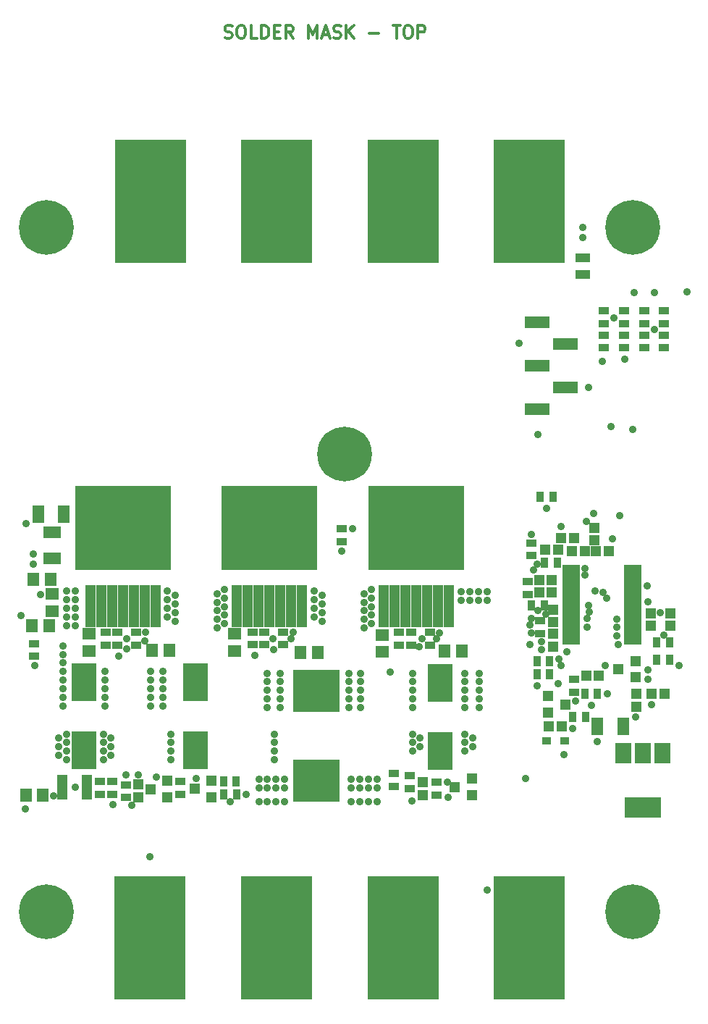
<source format=gbr>
G04 #@! TF.FileFunction,Soldermask,Top*
%FSLAX46Y46*%
G04 Gerber Fmt 4.6, Leading zero omitted, Abs format (unit mm)*
G04 Created by KiCad (PCBNEW 4.0.6) date 10/08/18 09:04:05*
%MOMM*%
%LPD*%
G01*
G04 APERTURE LIST*
%ADD10C,0.100000*%
%ADD11C,0.300000*%
%ADD12C,0.900000*%
%ADD13R,2.900000X4.400000*%
%ADD14R,1.400000X1.650000*%
%ADD15R,1.650000X1.400000*%
%ADD16R,2.000000X1.400000*%
%ADD17R,1.400000X2.000000*%
%ADD18R,1.200000X1.150000*%
%ADD19R,1.150000X1.200000*%
%ADD20R,1.300000X1.200000*%
%ADD21R,1.000000X0.850000*%
%ADD22R,2.150000X0.850000*%
%ADD23R,1.300000X0.900000*%
%ADD24R,0.900000X1.300000*%
%ADD25R,1.300000X2.900000*%
%ADD26R,1.700000X1.100000*%
%ADD27R,8.400000X14.400000*%
%ADD28C,6.400000*%
%ADD29R,1.200000X5.000000*%
%ADD30R,11.200000X9.800000*%
%ADD31R,5.400000X4.900000*%
%ADD32R,2.910000X1.400000*%
%ADD33R,4.200000X2.400000*%
%ADD34R,1.900000X2.400000*%
G04 APERTURE END LIST*
D10*
D11*
X136025714Y-33287143D02*
X136240000Y-33358571D01*
X136597143Y-33358571D01*
X136740000Y-33287143D01*
X136811429Y-33215714D01*
X136882857Y-33072857D01*
X136882857Y-32930000D01*
X136811429Y-32787143D01*
X136740000Y-32715714D01*
X136597143Y-32644286D01*
X136311429Y-32572857D01*
X136168571Y-32501429D01*
X136097143Y-32430000D01*
X136025714Y-32287143D01*
X136025714Y-32144286D01*
X136097143Y-32001429D01*
X136168571Y-31930000D01*
X136311429Y-31858571D01*
X136668571Y-31858571D01*
X136882857Y-31930000D01*
X137811428Y-31858571D02*
X138097142Y-31858571D01*
X138240000Y-31930000D01*
X138382857Y-32072857D01*
X138454285Y-32358571D01*
X138454285Y-32858571D01*
X138382857Y-33144286D01*
X138240000Y-33287143D01*
X138097142Y-33358571D01*
X137811428Y-33358571D01*
X137668571Y-33287143D01*
X137525714Y-33144286D01*
X137454285Y-32858571D01*
X137454285Y-32358571D01*
X137525714Y-32072857D01*
X137668571Y-31930000D01*
X137811428Y-31858571D01*
X139811429Y-33358571D02*
X139097143Y-33358571D01*
X139097143Y-31858571D01*
X140311429Y-33358571D02*
X140311429Y-31858571D01*
X140668572Y-31858571D01*
X140882857Y-31930000D01*
X141025715Y-32072857D01*
X141097143Y-32215714D01*
X141168572Y-32501429D01*
X141168572Y-32715714D01*
X141097143Y-33001429D01*
X141025715Y-33144286D01*
X140882857Y-33287143D01*
X140668572Y-33358571D01*
X140311429Y-33358571D01*
X141811429Y-32572857D02*
X142311429Y-32572857D01*
X142525715Y-33358571D02*
X141811429Y-33358571D01*
X141811429Y-31858571D01*
X142525715Y-31858571D01*
X144025715Y-33358571D02*
X143525715Y-32644286D01*
X143168572Y-33358571D02*
X143168572Y-31858571D01*
X143740000Y-31858571D01*
X143882858Y-31930000D01*
X143954286Y-32001429D01*
X144025715Y-32144286D01*
X144025715Y-32358571D01*
X143954286Y-32501429D01*
X143882858Y-32572857D01*
X143740000Y-32644286D01*
X143168572Y-32644286D01*
X145811429Y-33358571D02*
X145811429Y-31858571D01*
X146311429Y-32930000D01*
X146811429Y-31858571D01*
X146811429Y-33358571D01*
X147454286Y-32930000D02*
X148168572Y-32930000D01*
X147311429Y-33358571D02*
X147811429Y-31858571D01*
X148311429Y-33358571D01*
X148740000Y-33287143D02*
X148954286Y-33358571D01*
X149311429Y-33358571D01*
X149454286Y-33287143D01*
X149525715Y-33215714D01*
X149597143Y-33072857D01*
X149597143Y-32930000D01*
X149525715Y-32787143D01*
X149454286Y-32715714D01*
X149311429Y-32644286D01*
X149025715Y-32572857D01*
X148882857Y-32501429D01*
X148811429Y-32430000D01*
X148740000Y-32287143D01*
X148740000Y-32144286D01*
X148811429Y-32001429D01*
X148882857Y-31930000D01*
X149025715Y-31858571D01*
X149382857Y-31858571D01*
X149597143Y-31930000D01*
X150240000Y-33358571D02*
X150240000Y-31858571D01*
X151097143Y-33358571D02*
X150454286Y-32501429D01*
X151097143Y-31858571D02*
X150240000Y-32715714D01*
X152882857Y-32787143D02*
X154025714Y-32787143D01*
X155668571Y-31858571D02*
X156525714Y-31858571D01*
X156097143Y-33358571D02*
X156097143Y-31858571D01*
X157311428Y-31858571D02*
X157597142Y-31858571D01*
X157740000Y-31930000D01*
X157882857Y-32072857D01*
X157954285Y-32358571D01*
X157954285Y-32858571D01*
X157882857Y-33144286D01*
X157740000Y-33287143D01*
X157597142Y-33358571D01*
X157311428Y-33358571D01*
X157168571Y-33287143D01*
X157025714Y-33144286D01*
X156954285Y-32858571D01*
X156954285Y-32358571D01*
X157025714Y-32072857D01*
X157168571Y-31930000D01*
X157311428Y-31858571D01*
X158597143Y-33358571D02*
X158597143Y-31858571D01*
X159168571Y-31858571D01*
X159311429Y-31930000D01*
X159382857Y-32001429D01*
X159454286Y-32144286D01*
X159454286Y-32358571D01*
X159382857Y-32501429D01*
X159311429Y-32572857D01*
X159168571Y-32644286D01*
X158597143Y-32644286D01*
D12*
X177900000Y-56700000D03*
X177900000Y-55500000D03*
X122000000Y-107400000D03*
D13*
X119510000Y-108610000D03*
X119510000Y-116610000D03*
D12*
X166700000Y-99100000D03*
X166700000Y-98100000D03*
X165700000Y-99100000D03*
X165700000Y-98100000D03*
X164700000Y-99100000D03*
X164700000Y-98100000D03*
X163700000Y-99100000D03*
X163700000Y-98100000D03*
X147400000Y-100500000D03*
X147400000Y-99500000D03*
X147400000Y-101500000D03*
X147400000Y-98500000D03*
X146500000Y-101000000D03*
X146500000Y-100000000D03*
X146500000Y-99000000D03*
X146500000Y-98000000D03*
X130200000Y-101500000D03*
X130200000Y-100500000D03*
X130200000Y-99500000D03*
X130200000Y-98500000D03*
X129300000Y-101000000D03*
X129300000Y-100000000D03*
X129300000Y-99000000D03*
X129300000Y-98000000D03*
X152300000Y-102300000D03*
X152300000Y-101300000D03*
X152300000Y-100300000D03*
X152300000Y-99300000D03*
X152300000Y-98300000D03*
X117500000Y-102000000D03*
X117500000Y-101000000D03*
X117500000Y-100000000D03*
X117500000Y-99000000D03*
X117500000Y-98000000D03*
X135100000Y-102300000D03*
X135100000Y-101300000D03*
X135100000Y-100300000D03*
X135100000Y-99300000D03*
X135100000Y-98300000D03*
X136000000Y-97800000D03*
X160400000Y-145100000D03*
X153400000Y-145100000D03*
X160400000Y-144100000D03*
X153400000Y-144100000D03*
X160400000Y-143100000D03*
X153400000Y-143100000D03*
X160400000Y-142100000D03*
X153400000Y-142100000D03*
X160400000Y-141100000D03*
X153400000Y-141100000D03*
X160400000Y-140100000D03*
X153400000Y-140100000D03*
X160400000Y-139100000D03*
X153400000Y-139100000D03*
X160400000Y-138100000D03*
X153400000Y-138100000D03*
X160400000Y-137100000D03*
X153400000Y-137100000D03*
X160400000Y-136100000D03*
X153400000Y-136100000D03*
X160400000Y-135100000D03*
X153400000Y-135100000D03*
X160400000Y-134100000D03*
X153400000Y-134100000D03*
X160400000Y-133100000D03*
X153400000Y-133100000D03*
X160400000Y-132100000D03*
X153400000Y-132100000D03*
X145600000Y-145100000D03*
X138600000Y-145100000D03*
X145600000Y-144100000D03*
X138600000Y-144100000D03*
X145600000Y-143100000D03*
X138600000Y-143100000D03*
X145600000Y-142100000D03*
X138600000Y-142100000D03*
X145600000Y-141100000D03*
X138600000Y-141100000D03*
X145600000Y-140100000D03*
X138600000Y-140100000D03*
X145600000Y-139100000D03*
X138600000Y-139100000D03*
X145600000Y-138100000D03*
X138600000Y-138100000D03*
X145600000Y-137100000D03*
X138600000Y-137100000D03*
X145600000Y-136100000D03*
X138600000Y-136100000D03*
X145600000Y-135100000D03*
X138600000Y-135100000D03*
X145600000Y-134100000D03*
X138600000Y-134100000D03*
X145600000Y-133100000D03*
X138600000Y-133100000D03*
X145600000Y-132100000D03*
X138600000Y-132100000D03*
X160400000Y-59000000D03*
X153400000Y-59000000D03*
X160400000Y-58000000D03*
X153400000Y-58000000D03*
X160400000Y-57000000D03*
X153400000Y-57000000D03*
X160400000Y-56000000D03*
X153400000Y-56000000D03*
X160400000Y-55000000D03*
X153400000Y-55000000D03*
X160400000Y-54000000D03*
X153400000Y-54000000D03*
X160400000Y-53000000D03*
X153400000Y-53000000D03*
X160400000Y-52000000D03*
X153400000Y-52000000D03*
X160400000Y-51000000D03*
X153400000Y-51000000D03*
X160400000Y-50000000D03*
X153400000Y-50000000D03*
X160400000Y-49000000D03*
X153400000Y-49000000D03*
X160400000Y-48000000D03*
X153400000Y-48000000D03*
X160400000Y-47000000D03*
X153400000Y-47000000D03*
X160400000Y-46000000D03*
X153400000Y-46000000D03*
X145600000Y-59000000D03*
X138600000Y-59000000D03*
X145600000Y-58000000D03*
X138600000Y-58000000D03*
X145600000Y-57000000D03*
X138600000Y-57000000D03*
X145600000Y-56000000D03*
X138600000Y-56000000D03*
X145600000Y-55000000D03*
X138600000Y-55000000D03*
X145600000Y-54000000D03*
X138600000Y-54000000D03*
X145600000Y-53000000D03*
X138600000Y-53000000D03*
X145600000Y-52000000D03*
X138600000Y-52000000D03*
X145600000Y-51000000D03*
X138600000Y-51000000D03*
X145600000Y-50000000D03*
X138600000Y-50000000D03*
X145600000Y-49000000D03*
X138600000Y-49000000D03*
X145600000Y-48000000D03*
X138600000Y-48000000D03*
X145600000Y-47000000D03*
X138600000Y-47000000D03*
X145600000Y-46000000D03*
X138600000Y-46000000D03*
X130800000Y-59000000D03*
X123800000Y-59000000D03*
X130800000Y-58000000D03*
X123800000Y-58000000D03*
X130800000Y-57000000D03*
X123800000Y-57000000D03*
X130800000Y-56000000D03*
X123800000Y-56000000D03*
X130800000Y-55000000D03*
X123800000Y-55000000D03*
X130800000Y-54000000D03*
X123800000Y-54000000D03*
X130800000Y-53000000D03*
X123800000Y-53000000D03*
X130800000Y-52000000D03*
X123800000Y-52000000D03*
X130800000Y-51000000D03*
X123800000Y-51000000D03*
X130800000Y-50000000D03*
X123800000Y-50000000D03*
X130800000Y-49000000D03*
X123800000Y-49000000D03*
X130800000Y-48000000D03*
X123800000Y-48000000D03*
X130800000Y-47000000D03*
X123800000Y-47000000D03*
X130800000Y-46000000D03*
X123800000Y-46000000D03*
X122000000Y-111400000D03*
X122000000Y-110400000D03*
X122000000Y-109400000D03*
X122000000Y-108400000D03*
X179600000Y-115600000D03*
X180800000Y-110000000D03*
X175000000Y-108800000D03*
X179190000Y-88900000D03*
X175310000Y-90410000D03*
X173550000Y-100700000D03*
X178530000Y-99690000D03*
X187400000Y-103100000D03*
X185500000Y-108300000D03*
X162100000Y-122100000D03*
X132700000Y-119900000D03*
X165000000Y-116200000D03*
X165000000Y-115200000D03*
X164100000Y-116700000D03*
X164100000Y-115700000D03*
X164100000Y-114700000D03*
X158800000Y-116200000D03*
X158800000Y-115200000D03*
X158000000Y-116700000D03*
X158000000Y-115700000D03*
X158000000Y-114700000D03*
X141800000Y-117700000D03*
X141800000Y-116700000D03*
X141800000Y-115700000D03*
X141800000Y-114700000D03*
X129700000Y-117700000D03*
X129700000Y-116700000D03*
X129700000Y-115700000D03*
X129700000Y-114700000D03*
X122700000Y-117200000D03*
X122700000Y-116200000D03*
X122700000Y-115200000D03*
X121800000Y-117700000D03*
X121800000Y-116700000D03*
X121800000Y-115700000D03*
X121800000Y-114700000D03*
X116600000Y-117200000D03*
X116600000Y-116200000D03*
X116600000Y-115200000D03*
X117500000Y-117700000D03*
X117500000Y-116700000D03*
X117500000Y-115700000D03*
X117500000Y-114700000D03*
X125900000Y-119500000D03*
X118500000Y-120900000D03*
X112700000Y-123500000D03*
X160760000Y-103570000D03*
X143800000Y-103600000D03*
X126700000Y-103800000D03*
X165800000Y-111600000D03*
X165800000Y-110600000D03*
X165800000Y-109600000D03*
X165800000Y-108600000D03*
X165800000Y-107600000D03*
X153800000Y-122600000D03*
X152800000Y-122600000D03*
X151800000Y-122600000D03*
X150800000Y-122600000D03*
X153800000Y-121000000D03*
X152800000Y-121000000D03*
X151800000Y-121000000D03*
X150800000Y-121000000D03*
X153800000Y-120000000D03*
X152800000Y-120000000D03*
X151800000Y-120000000D03*
X143000000Y-122600000D03*
X142000000Y-122600000D03*
X141000000Y-122600000D03*
X150800000Y-120000000D03*
X143000000Y-120000000D03*
X142000000Y-121000000D03*
X142000000Y-120000000D03*
X143000000Y-121000000D03*
X141000000Y-121000000D03*
X141000000Y-120000000D03*
X140000000Y-122600000D03*
X140000000Y-121000000D03*
X140000000Y-120000000D03*
X164100000Y-111600000D03*
X164100000Y-110600000D03*
X164100000Y-109600000D03*
X164100000Y-108600000D03*
X164100000Y-107600000D03*
X158000000Y-111600000D03*
X158000000Y-110600000D03*
X158000000Y-109600000D03*
X158000000Y-108600000D03*
X158000000Y-107600000D03*
X151900000Y-111600000D03*
X151900000Y-110600000D03*
X151900000Y-109600000D03*
X151900000Y-108600000D03*
X151900000Y-107600000D03*
X150500000Y-111600000D03*
X150500000Y-110600000D03*
X150500000Y-109600000D03*
X150500000Y-108600000D03*
X150500000Y-107600000D03*
X142500000Y-111600000D03*
X142500000Y-110600000D03*
X142500000Y-109600000D03*
X142500000Y-108600000D03*
X142500000Y-107600000D03*
X141000000Y-111600000D03*
X141000000Y-110600000D03*
X141000000Y-109600000D03*
X141000000Y-108600000D03*
X141000000Y-107600000D03*
X128800000Y-111400000D03*
X128800000Y-110400000D03*
X128800000Y-109400000D03*
X128800000Y-108400000D03*
X128800000Y-107400000D03*
X127300000Y-111400000D03*
X127300000Y-110400000D03*
X127300000Y-109400000D03*
X127300000Y-108400000D03*
X127300000Y-107400000D03*
X117100000Y-111400000D03*
X117100000Y-110400000D03*
X117100000Y-109400000D03*
X117100000Y-108400000D03*
X117100000Y-107400000D03*
X117100000Y-106400000D03*
X117100000Y-105400000D03*
X117100000Y-104400000D03*
X113600000Y-94840000D03*
X113600000Y-93640000D03*
X118500000Y-102000000D03*
X118500000Y-101000000D03*
X118500000Y-100000000D03*
X118500000Y-99000000D03*
X118500000Y-98000000D03*
X136000000Y-101800000D03*
X136000000Y-100800000D03*
X136000000Y-99800000D03*
X136000000Y-98800000D03*
X153200000Y-101800000D03*
X153200000Y-100800000D03*
X153200000Y-99800000D03*
X153200000Y-98800000D03*
X153200000Y-97800000D03*
X151000000Y-90700000D03*
X129000000Y-94340000D03*
X129000000Y-93360000D03*
X129000000Y-92380000D03*
X129000000Y-91400000D03*
X129000000Y-90420000D03*
X129000000Y-89440000D03*
X129000000Y-88460000D03*
X129000000Y-87480000D03*
X129000000Y-86500000D03*
X128020000Y-94340000D03*
X128020000Y-93360000D03*
X128020000Y-92380000D03*
X128020000Y-91400000D03*
X128020000Y-90420000D03*
X128020000Y-89440000D03*
X128020000Y-88460000D03*
X128020000Y-87480000D03*
X128020000Y-86500000D03*
X127040000Y-94340000D03*
X127040000Y-93360000D03*
X127040000Y-92380000D03*
X127040000Y-91400000D03*
X127040000Y-90420000D03*
X127040000Y-89440000D03*
X127040000Y-88460000D03*
X127040000Y-87480000D03*
X127040000Y-86500000D03*
X126060000Y-94340000D03*
X126060000Y-93360000D03*
X126060000Y-92380000D03*
X126060000Y-91400000D03*
X126060000Y-90420000D03*
X126060000Y-89440000D03*
X126060000Y-88460000D03*
X126060000Y-87480000D03*
X126060000Y-86500000D03*
X125080000Y-94340000D03*
X125080000Y-93360000D03*
X125080000Y-92380000D03*
X125080000Y-91400000D03*
X125080000Y-90420000D03*
X125080000Y-89440000D03*
X125080000Y-88460000D03*
X125080000Y-87480000D03*
X125080000Y-86500000D03*
X124100000Y-94340000D03*
X124100000Y-93360000D03*
X124100000Y-92380000D03*
X124100000Y-91400000D03*
X124100000Y-90420000D03*
X124100000Y-89440000D03*
X124100000Y-88460000D03*
X124100000Y-87480000D03*
X124100000Y-86500000D03*
X123120000Y-94340000D03*
X123120000Y-93360000D03*
X123120000Y-92380000D03*
X123120000Y-91400000D03*
X123120000Y-90420000D03*
X123120000Y-89440000D03*
X123120000Y-88460000D03*
X123120000Y-87480000D03*
X123120000Y-86500000D03*
X122140000Y-94340000D03*
X122140000Y-93360000D03*
X122140000Y-92380000D03*
X122140000Y-91400000D03*
X122140000Y-90420000D03*
X122140000Y-89440000D03*
X122140000Y-88460000D03*
X122140000Y-87480000D03*
X122140000Y-86500000D03*
X121160000Y-94340000D03*
X121160000Y-93360000D03*
X121160000Y-92380000D03*
X121160000Y-91400000D03*
X121160000Y-90420000D03*
X121160000Y-89440000D03*
X121160000Y-88460000D03*
X121160000Y-87480000D03*
X121160000Y-86500000D03*
X120180000Y-94340000D03*
X120180000Y-93360000D03*
X120180000Y-92380000D03*
X120180000Y-91400000D03*
X120180000Y-90420000D03*
X120180000Y-89440000D03*
X120180000Y-88460000D03*
X120180000Y-87480000D03*
X120180000Y-86500000D03*
X119200000Y-94340000D03*
X119200000Y-93360000D03*
X119200000Y-92380000D03*
X119200000Y-91400000D03*
X119200000Y-90420000D03*
X119200000Y-89440000D03*
X119200000Y-88460000D03*
X119200000Y-87480000D03*
X119200000Y-86500000D03*
X153500000Y-86500000D03*
X146100000Y-94340000D03*
X146100000Y-93360000D03*
X146100000Y-92380000D03*
X146100000Y-91400000D03*
X146100000Y-90420000D03*
X146100000Y-89440000D03*
X146100000Y-88460000D03*
X146100000Y-87480000D03*
X146100000Y-86500000D03*
X145120000Y-94340000D03*
X145120000Y-93360000D03*
X145120000Y-92380000D03*
X145120000Y-91400000D03*
X145120000Y-90420000D03*
X145120000Y-89440000D03*
X145120000Y-88460000D03*
X145120000Y-87480000D03*
X145120000Y-86500000D03*
X144140000Y-94340000D03*
X144140000Y-93360000D03*
X144140000Y-92380000D03*
X144140000Y-91400000D03*
X144140000Y-90420000D03*
X144140000Y-89440000D03*
X144140000Y-88460000D03*
X144140000Y-87480000D03*
X144140000Y-86500000D03*
X143160000Y-94340000D03*
X143160000Y-93360000D03*
X143160000Y-92380000D03*
X143160000Y-91400000D03*
X143160000Y-90420000D03*
X143160000Y-89440000D03*
X143160000Y-88460000D03*
X143160000Y-87480000D03*
X143160000Y-86500000D03*
X142180000Y-94340000D03*
X142180000Y-93360000D03*
X142180000Y-92380000D03*
X142180000Y-91400000D03*
X142180000Y-90420000D03*
X142180000Y-89440000D03*
X142180000Y-88460000D03*
X142180000Y-87480000D03*
X142180000Y-86500000D03*
X141200000Y-94340000D03*
X141200000Y-93360000D03*
X141200000Y-92380000D03*
X141200000Y-91400000D03*
X141200000Y-90420000D03*
X141200000Y-89440000D03*
X141200000Y-88460000D03*
X141200000Y-87480000D03*
X141200000Y-86500000D03*
X140220000Y-94340000D03*
X140220000Y-93360000D03*
X140220000Y-92380000D03*
X140220000Y-91400000D03*
X140220000Y-90420000D03*
X140220000Y-89440000D03*
X140220000Y-88460000D03*
X140220000Y-87480000D03*
X140220000Y-86500000D03*
X139240000Y-94340000D03*
X139240000Y-93360000D03*
X139240000Y-92380000D03*
X139240000Y-91400000D03*
X139240000Y-90420000D03*
X139240000Y-89440000D03*
X139240000Y-88460000D03*
X139240000Y-87480000D03*
X139240000Y-86500000D03*
X138260000Y-94340000D03*
X138260000Y-93360000D03*
X138260000Y-92380000D03*
X138260000Y-91400000D03*
X138260000Y-90420000D03*
X138260000Y-89440000D03*
X138260000Y-88460000D03*
X138260000Y-87480000D03*
X138260000Y-86500000D03*
X137280000Y-94340000D03*
X137280000Y-93360000D03*
X137280000Y-92380000D03*
X137280000Y-91400000D03*
X137280000Y-90420000D03*
X137280000Y-89440000D03*
X137280000Y-88460000D03*
X137280000Y-87480000D03*
X137280000Y-86500000D03*
X136300000Y-94340000D03*
X136300000Y-93360000D03*
X136300000Y-92380000D03*
X136300000Y-91400000D03*
X136300000Y-90420000D03*
X136300000Y-89440000D03*
X136300000Y-88460000D03*
X136300000Y-87480000D03*
X136300000Y-86500000D03*
X163300000Y-94340000D03*
X163300000Y-93360000D03*
X163300000Y-92380000D03*
X163300000Y-91400000D03*
X163300000Y-90420000D03*
X163300000Y-89440000D03*
X163300000Y-88460000D03*
X163300000Y-87480000D03*
X163300000Y-86500000D03*
X162320000Y-94340000D03*
X162320000Y-93360000D03*
X162320000Y-92380000D03*
X162320000Y-91400000D03*
X162320000Y-90420000D03*
X162320000Y-89440000D03*
X162320000Y-88460000D03*
X162320000Y-87480000D03*
X162320000Y-86500000D03*
X161340000Y-94340000D03*
X161340000Y-93360000D03*
X161340000Y-92380000D03*
X161340000Y-91400000D03*
X161340000Y-90420000D03*
X161340000Y-89440000D03*
X161340000Y-88460000D03*
X161340000Y-87480000D03*
X161340000Y-86500000D03*
X160360000Y-94340000D03*
X160360000Y-93360000D03*
X160360000Y-92380000D03*
X160360000Y-91400000D03*
X160360000Y-90420000D03*
X160360000Y-89440000D03*
X160360000Y-88460000D03*
X160360000Y-87480000D03*
X160360000Y-86500000D03*
X159380000Y-94340000D03*
X159380000Y-93360000D03*
X159380000Y-92380000D03*
X159380000Y-91400000D03*
X159380000Y-90420000D03*
X159380000Y-89440000D03*
X159380000Y-88460000D03*
X159380000Y-87480000D03*
X159380000Y-86500000D03*
X158400000Y-94340000D03*
X158400000Y-93360000D03*
X158400000Y-92380000D03*
X158400000Y-91400000D03*
X158400000Y-90420000D03*
X158400000Y-89440000D03*
X158400000Y-88460000D03*
X158400000Y-87480000D03*
X158400000Y-86500000D03*
X157420000Y-94340000D03*
X157420000Y-93360000D03*
X157420000Y-92380000D03*
X157420000Y-91400000D03*
X157420000Y-90420000D03*
X157420000Y-89440000D03*
X157420000Y-88460000D03*
X157420000Y-87480000D03*
X157420000Y-86500000D03*
X156440000Y-94340000D03*
X156440000Y-93360000D03*
X156440000Y-92380000D03*
X156440000Y-91400000D03*
X156440000Y-90420000D03*
X156440000Y-89440000D03*
X156440000Y-88460000D03*
X156440000Y-87480000D03*
X156440000Y-86500000D03*
X155460000Y-94340000D03*
X155460000Y-93360000D03*
X155460000Y-92380000D03*
X155460000Y-91400000D03*
X155460000Y-90420000D03*
X155460000Y-89440000D03*
X155460000Y-88460000D03*
X155460000Y-87480000D03*
X155460000Y-86500000D03*
X154480000Y-94340000D03*
X154480000Y-93360000D03*
X154480000Y-92380000D03*
X154480000Y-91400000D03*
X154480000Y-90420000D03*
X154480000Y-89440000D03*
X154480000Y-88460000D03*
X154480000Y-87480000D03*
X154500000Y-86500000D03*
X153500000Y-94340000D03*
X153500000Y-93360000D03*
X153500000Y-92380000D03*
X153500000Y-91400000D03*
X153500000Y-90420000D03*
X153500000Y-89440000D03*
X153500000Y-88460000D03*
X153500000Y-87480000D03*
D14*
X113630000Y-96620000D03*
X115630000Y-96620000D03*
D15*
X115790000Y-98340000D03*
X115790000Y-100340000D03*
D16*
X115850000Y-94130000D03*
X115850000Y-91130000D03*
D17*
X114210000Y-88990000D03*
X117210000Y-88990000D03*
X182600000Y-113830000D03*
X179600000Y-113830000D03*
D14*
X114740000Y-121870000D03*
X112740000Y-121870000D03*
X113450000Y-102040000D03*
X115450000Y-102040000D03*
D18*
X173890000Y-113770000D03*
X175390000Y-113770000D03*
D19*
X184110000Y-110010000D03*
X184110000Y-111510000D03*
X159190000Y-121850000D03*
X159190000Y-120350000D03*
D18*
X187460000Y-109970000D03*
X185960000Y-109970000D03*
D19*
X125870000Y-120600000D03*
X125870000Y-122100000D03*
D18*
X175000000Y-93140000D03*
X173500000Y-93140000D03*
X172780000Y-96690000D03*
X174280000Y-96690000D03*
X175330000Y-91760000D03*
X176830000Y-91760000D03*
X176620000Y-93320000D03*
X178120000Y-93320000D03*
D19*
X185820000Y-102060000D03*
X185820000Y-100560000D03*
D18*
X180920000Y-93320000D03*
X179420000Y-93320000D03*
D19*
X179260000Y-90590000D03*
X179260000Y-92090000D03*
D14*
X129550000Y-104920000D03*
X127550000Y-104920000D03*
D15*
X120100000Y-105000000D03*
X120100000Y-103000000D03*
D18*
X172780000Y-98130000D03*
X174280000Y-98130000D03*
D14*
X146900000Y-105190000D03*
X144900000Y-105190000D03*
D15*
X137200000Y-105000000D03*
X137200000Y-103000000D03*
D19*
X188120000Y-102070000D03*
X188120000Y-100570000D03*
D14*
X163710000Y-104980000D03*
X161710000Y-104980000D03*
D15*
X154400000Y-105100000D03*
X154400000Y-103100000D03*
D19*
X174400000Y-104460000D03*
X174400000Y-102960000D03*
X174420000Y-101640000D03*
X174420000Y-100140000D03*
D20*
X164890000Y-121830000D03*
X164890000Y-119930000D03*
X162890000Y-120880000D03*
X184070000Y-108090000D03*
X184070000Y-106190000D03*
X182070000Y-107140000D03*
X134490000Y-122070000D03*
X134490000Y-120170000D03*
X132490000Y-121120000D03*
D21*
X175730000Y-115530000D03*
X173630000Y-115530000D03*
D22*
X176500000Y-95355000D03*
X176500000Y-96005000D03*
X176500000Y-96655000D03*
X176500000Y-97305000D03*
X176500000Y-97955000D03*
X176500000Y-98605000D03*
X176500000Y-99255000D03*
X176500000Y-99905000D03*
X176500000Y-100555000D03*
X176500000Y-101205000D03*
X176500000Y-101855000D03*
X176500000Y-102505000D03*
X176500000Y-103155000D03*
X176500000Y-103805000D03*
X183700000Y-103805000D03*
X183700000Y-103155000D03*
X183700000Y-102505000D03*
X183700000Y-101855000D03*
X183700000Y-101205000D03*
X183700000Y-100555000D03*
X183700000Y-99905000D03*
X183700000Y-99255000D03*
X183700000Y-98605000D03*
X183700000Y-97955000D03*
X183700000Y-97305000D03*
X183700000Y-96655000D03*
X183700000Y-96005000D03*
X183700000Y-95355000D03*
D23*
X155770000Y-119310000D03*
X155770000Y-120810000D03*
X113740000Y-104120000D03*
X113740000Y-105620000D03*
X124430000Y-122140000D03*
X124430000Y-120640000D03*
X176880000Y-109800000D03*
X176880000Y-108300000D03*
D24*
X178120000Y-110010000D03*
X179620000Y-110010000D03*
D25*
X119880000Y-120940000D03*
X116980000Y-120940000D03*
D23*
X130850000Y-121750000D03*
X130850000Y-120250000D03*
D24*
X137380000Y-121740000D03*
X135880000Y-121740000D03*
X137370000Y-120210000D03*
X135870000Y-120210000D03*
D23*
X121390000Y-120280000D03*
X121390000Y-121780000D03*
X122880000Y-121780000D03*
X122880000Y-120280000D03*
X157620000Y-119550000D03*
X157620000Y-121050000D03*
X160800000Y-120340000D03*
X160800000Y-121840000D03*
D24*
X176710000Y-112730000D03*
X178210000Y-112730000D03*
X173420000Y-94700000D03*
X174920000Y-94700000D03*
X172530000Y-107750000D03*
X174030000Y-107750000D03*
D23*
X149690000Y-92230000D03*
X149690000Y-90730000D03*
X171450000Y-98370000D03*
X171450000Y-96870000D03*
X125650000Y-102790000D03*
X125650000Y-104290000D03*
X187400000Y-66750000D03*
X187400000Y-65250000D03*
D24*
X172930000Y-86940000D03*
X174430000Y-86940000D03*
D23*
X187400000Y-68050000D03*
X187400000Y-69550000D03*
X122050000Y-102790000D03*
X122050000Y-104290000D03*
X123460000Y-102790000D03*
X123460000Y-104290000D03*
D24*
X171870000Y-99630000D03*
X173370000Y-99630000D03*
X188050000Y-103990000D03*
X186550000Y-103990000D03*
D23*
X142850000Y-102770000D03*
X142850000Y-104270000D03*
X185100000Y-66750000D03*
X185100000Y-65250000D03*
X180300000Y-69550000D03*
X180300000Y-68050000D03*
X185100000Y-68050000D03*
X185100000Y-69550000D03*
X139240000Y-102770000D03*
X139240000Y-104270000D03*
X140640000Y-102770000D03*
X140640000Y-104270000D03*
D24*
X186520000Y-106010000D03*
X188020000Y-106010000D03*
X172530000Y-106230000D03*
X174030000Y-106230000D03*
D23*
X160010000Y-102840000D03*
X160010000Y-104340000D03*
X182700000Y-66750000D03*
X182700000Y-65250000D03*
X180300000Y-65250000D03*
X180300000Y-66750000D03*
X182700000Y-68050000D03*
X182700000Y-69550000D03*
X156400000Y-102840000D03*
X156400000Y-104340000D03*
X157820000Y-102840000D03*
X157820000Y-104340000D03*
X172910000Y-102930000D03*
X172910000Y-101430000D03*
D26*
X177900000Y-59050000D03*
X177900000Y-60950000D03*
D23*
X171840000Y-92350000D03*
X171840000Y-93850000D03*
D18*
X179780000Y-107910000D03*
X178280000Y-107910000D03*
D20*
X129310000Y-122100000D03*
X129310000Y-120200000D03*
X127310000Y-121150000D03*
X173840000Y-110280000D03*
X173840000Y-112180000D03*
X175840000Y-111230000D03*
D27*
X156855000Y-52444845D03*
X142055000Y-52444845D03*
X127300000Y-52444845D03*
X156855000Y-138555180D03*
X171655000Y-138555180D03*
X127255000Y-138555180D03*
X142055000Y-138555180D03*
X171655000Y-52444845D03*
D28*
X115165000Y-135505180D03*
X150000000Y-82000000D03*
X115165000Y-55495180D03*
X183745000Y-55495180D03*
X183745000Y-135505180D03*
D13*
X161170000Y-108710000D03*
X161170000Y-116710000D03*
X132630000Y-108630000D03*
X132630000Y-116630000D03*
D29*
X154590000Y-99775000D03*
X155860000Y-99775000D03*
X157130000Y-99775000D03*
X158400000Y-99775000D03*
X159670000Y-99775000D03*
X160940000Y-99775000D03*
X162210000Y-99775000D03*
D30*
X158400000Y-90625000D03*
D29*
X137410000Y-99755000D03*
X138680000Y-99755000D03*
X139950000Y-99755000D03*
X141220000Y-99755000D03*
X142490000Y-99755000D03*
X143760000Y-99755000D03*
X145030000Y-99755000D03*
D30*
X141220000Y-90605000D03*
D29*
X120270000Y-99785000D03*
X121540000Y-99785000D03*
X122810000Y-99785000D03*
X124080000Y-99785000D03*
X125350000Y-99785000D03*
X126620000Y-99785000D03*
X127890000Y-99785000D03*
D30*
X124080000Y-90635000D03*
D31*
X146720000Y-120140000D03*
X146720000Y-109640000D03*
D32*
X172555000Y-66530000D03*
X172555000Y-71610000D03*
X172555000Y-76690000D03*
X175865000Y-69070000D03*
X175865000Y-74150000D03*
D33*
X184900000Y-123250000D03*
D34*
X184900000Y-116950000D03*
X182600000Y-116950000D03*
X187200000Y-116950000D03*
D12*
X114440000Y-98410000D03*
X112740000Y-90110000D03*
X180500000Y-106700000D03*
X186980000Y-100550000D03*
X171860000Y-91340000D03*
X171200000Y-119930000D03*
X178940000Y-111340000D03*
X127240000Y-129030000D03*
X124440000Y-119500000D03*
X115960000Y-121960000D03*
X112150000Y-100870000D03*
X175660000Y-117070000D03*
X122900000Y-122990000D03*
X185970000Y-111270000D03*
X177040000Y-110880000D03*
X184100000Y-112740000D03*
X178370000Y-101210000D03*
X162030000Y-120330000D03*
X125110000Y-123000000D03*
X157880000Y-122520000D03*
X173630000Y-88300000D03*
X186290000Y-67380000D03*
X181190000Y-78750000D03*
X172130000Y-95480000D03*
X180160000Y-71140000D03*
X182760000Y-70880000D03*
X179340000Y-97970000D03*
X172540000Y-109050000D03*
X178340000Y-89890000D03*
X180240000Y-98160000D03*
X181530000Y-66020000D03*
X181380000Y-91910000D03*
X149690000Y-93280000D03*
X185430000Y-97380000D03*
X172580000Y-94830000D03*
X123630000Y-105560000D03*
X178160000Y-96150000D03*
X139510000Y-105510000D03*
X189160000Y-106700000D03*
X155360000Y-107440000D03*
X172640000Y-100240000D03*
X176700000Y-114040000D03*
X136690000Y-122610000D03*
X178180000Y-95390000D03*
X170430000Y-69020000D03*
X178630000Y-100470000D03*
X138490000Y-121760000D03*
X178370000Y-102170000D03*
X124570000Y-104710000D03*
X175350000Y-106730000D03*
X175100000Y-105960000D03*
X124530000Y-103560000D03*
X175980000Y-105130000D03*
X141750000Y-104820000D03*
X158730000Y-104470000D03*
X171690000Y-104280000D03*
X182050000Y-104260000D03*
X181870000Y-103240000D03*
X181880000Y-102190000D03*
X181900000Y-101270000D03*
X173100000Y-103920000D03*
X159080000Y-103590000D03*
X185540000Y-99280000D03*
X141680000Y-103550000D03*
X173100000Y-104810000D03*
X180660000Y-98850000D03*
X172610000Y-79680000D03*
X182170000Y-89180000D03*
X178530000Y-74150000D03*
X183720000Y-79100000D03*
X122050000Y-102790000D03*
X123460000Y-102790000D03*
X190110000Y-63050000D03*
X125650000Y-102790000D03*
X171890000Y-101160000D03*
X126740000Y-102810000D03*
X139240000Y-102770000D03*
X140640000Y-102770000D03*
X186250000Y-63090000D03*
X142850000Y-102770000D03*
X144030000Y-102800000D03*
X185480000Y-107210000D03*
X171680000Y-101960000D03*
X156400000Y-102840000D03*
X157820000Y-102840000D03*
X183920000Y-63110000D03*
X160010000Y-102840000D03*
X161140000Y-102910000D03*
X171840000Y-102900000D03*
X113750000Y-106710000D03*
X166730000Y-132970000D03*
X127980000Y-119710000D03*
M02*

</source>
